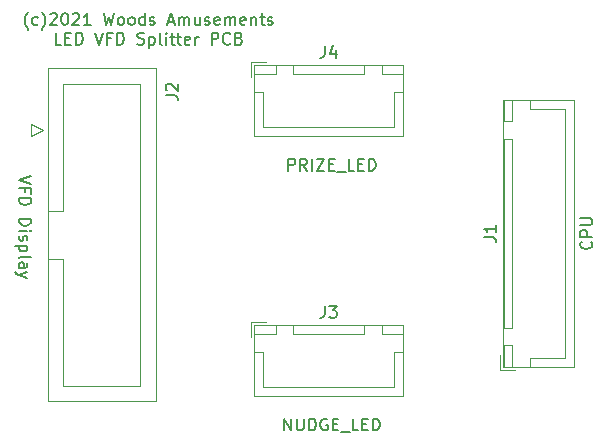
<source format=gbr>
%TF.GenerationSoftware,KiCad,Pcbnew,5.1.12-84ad8e8a86~92~ubuntu20.04.1*%
%TF.CreationDate,2022-01-08T10:03:17+01:00*%
%TF.ProjectId,message_display_interface,6d657373-6167-4655-9f64-6973706c6179,rev?*%
%TF.SameCoordinates,Original*%
%TF.FileFunction,Legend,Top*%
%TF.FilePolarity,Positive*%
%FSLAX46Y46*%
G04 Gerber Fmt 4.6, Leading zero omitted, Abs format (unit mm)*
G04 Created by KiCad (PCBNEW 5.1.12-84ad8e8a86~92~ubuntu20.04.1) date 2022-01-08 10:03:17*
%MOMM*%
%LPD*%
G01*
G04 APERTURE LIST*
%ADD10C,0.150000*%
%ADD11C,0.120000*%
G04 APERTURE END LIST*
D10*
X129059523Y-56508333D02*
X129011904Y-56460714D01*
X128916666Y-56317857D01*
X128869047Y-56222619D01*
X128821428Y-56079761D01*
X128773809Y-55841666D01*
X128773809Y-55651190D01*
X128821428Y-55413095D01*
X128869047Y-55270238D01*
X128916666Y-55175000D01*
X129011904Y-55032142D01*
X129059523Y-54984523D01*
X129869047Y-56079761D02*
X129773809Y-56127380D01*
X129583333Y-56127380D01*
X129488095Y-56079761D01*
X129440476Y-56032142D01*
X129392857Y-55936904D01*
X129392857Y-55651190D01*
X129440476Y-55555952D01*
X129488095Y-55508333D01*
X129583333Y-55460714D01*
X129773809Y-55460714D01*
X129869047Y-55508333D01*
X130202380Y-56508333D02*
X130250000Y-56460714D01*
X130345238Y-56317857D01*
X130392857Y-56222619D01*
X130440476Y-56079761D01*
X130488095Y-55841666D01*
X130488095Y-55651190D01*
X130440476Y-55413095D01*
X130392857Y-55270238D01*
X130345238Y-55175000D01*
X130250000Y-55032142D01*
X130202380Y-54984523D01*
X130916666Y-55222619D02*
X130964285Y-55175000D01*
X131059523Y-55127380D01*
X131297619Y-55127380D01*
X131392857Y-55175000D01*
X131440476Y-55222619D01*
X131488095Y-55317857D01*
X131488095Y-55413095D01*
X131440476Y-55555952D01*
X130869047Y-56127380D01*
X131488095Y-56127380D01*
X132107142Y-55127380D02*
X132202380Y-55127380D01*
X132297619Y-55175000D01*
X132345238Y-55222619D01*
X132392857Y-55317857D01*
X132440476Y-55508333D01*
X132440476Y-55746428D01*
X132392857Y-55936904D01*
X132345238Y-56032142D01*
X132297619Y-56079761D01*
X132202380Y-56127380D01*
X132107142Y-56127380D01*
X132011904Y-56079761D01*
X131964285Y-56032142D01*
X131916666Y-55936904D01*
X131869047Y-55746428D01*
X131869047Y-55508333D01*
X131916666Y-55317857D01*
X131964285Y-55222619D01*
X132011904Y-55175000D01*
X132107142Y-55127380D01*
X132821428Y-55222619D02*
X132869047Y-55175000D01*
X132964285Y-55127380D01*
X133202380Y-55127380D01*
X133297619Y-55175000D01*
X133345238Y-55222619D01*
X133392857Y-55317857D01*
X133392857Y-55413095D01*
X133345238Y-55555952D01*
X132773809Y-56127380D01*
X133392857Y-56127380D01*
X134345238Y-56127380D02*
X133773809Y-56127380D01*
X134059523Y-56127380D02*
X134059523Y-55127380D01*
X133964285Y-55270238D01*
X133869047Y-55365476D01*
X133773809Y-55413095D01*
X135440476Y-55127380D02*
X135678571Y-56127380D01*
X135869047Y-55413095D01*
X136059523Y-56127380D01*
X136297619Y-55127380D01*
X136821428Y-56127380D02*
X136726190Y-56079761D01*
X136678571Y-56032142D01*
X136630952Y-55936904D01*
X136630952Y-55651190D01*
X136678571Y-55555952D01*
X136726190Y-55508333D01*
X136821428Y-55460714D01*
X136964285Y-55460714D01*
X137059523Y-55508333D01*
X137107142Y-55555952D01*
X137154761Y-55651190D01*
X137154761Y-55936904D01*
X137107142Y-56032142D01*
X137059523Y-56079761D01*
X136964285Y-56127380D01*
X136821428Y-56127380D01*
X137726190Y-56127380D02*
X137630952Y-56079761D01*
X137583333Y-56032142D01*
X137535714Y-55936904D01*
X137535714Y-55651190D01*
X137583333Y-55555952D01*
X137630952Y-55508333D01*
X137726190Y-55460714D01*
X137869047Y-55460714D01*
X137964285Y-55508333D01*
X138011904Y-55555952D01*
X138059523Y-55651190D01*
X138059523Y-55936904D01*
X138011904Y-56032142D01*
X137964285Y-56079761D01*
X137869047Y-56127380D01*
X137726190Y-56127380D01*
X138916666Y-56127380D02*
X138916666Y-55127380D01*
X138916666Y-56079761D02*
X138821428Y-56127380D01*
X138630952Y-56127380D01*
X138535714Y-56079761D01*
X138488095Y-56032142D01*
X138440476Y-55936904D01*
X138440476Y-55651190D01*
X138488095Y-55555952D01*
X138535714Y-55508333D01*
X138630952Y-55460714D01*
X138821428Y-55460714D01*
X138916666Y-55508333D01*
X139345238Y-56079761D02*
X139440476Y-56127380D01*
X139630952Y-56127380D01*
X139726190Y-56079761D01*
X139773809Y-55984523D01*
X139773809Y-55936904D01*
X139726190Y-55841666D01*
X139630952Y-55794047D01*
X139488095Y-55794047D01*
X139392857Y-55746428D01*
X139345238Y-55651190D01*
X139345238Y-55603571D01*
X139392857Y-55508333D01*
X139488095Y-55460714D01*
X139630952Y-55460714D01*
X139726190Y-55508333D01*
X140916666Y-55841666D02*
X141392857Y-55841666D01*
X140821428Y-56127380D02*
X141154761Y-55127380D01*
X141488095Y-56127380D01*
X141821428Y-56127380D02*
X141821428Y-55460714D01*
X141821428Y-55555952D02*
X141869047Y-55508333D01*
X141964285Y-55460714D01*
X142107142Y-55460714D01*
X142202380Y-55508333D01*
X142250000Y-55603571D01*
X142250000Y-56127380D01*
X142250000Y-55603571D02*
X142297619Y-55508333D01*
X142392857Y-55460714D01*
X142535714Y-55460714D01*
X142630952Y-55508333D01*
X142678571Y-55603571D01*
X142678571Y-56127380D01*
X143583333Y-55460714D02*
X143583333Y-56127380D01*
X143154761Y-55460714D02*
X143154761Y-55984523D01*
X143202380Y-56079761D01*
X143297619Y-56127380D01*
X143440476Y-56127380D01*
X143535714Y-56079761D01*
X143583333Y-56032142D01*
X144011904Y-56079761D02*
X144107142Y-56127380D01*
X144297619Y-56127380D01*
X144392857Y-56079761D01*
X144440476Y-55984523D01*
X144440476Y-55936904D01*
X144392857Y-55841666D01*
X144297619Y-55794047D01*
X144154761Y-55794047D01*
X144059523Y-55746428D01*
X144011904Y-55651190D01*
X144011904Y-55603571D01*
X144059523Y-55508333D01*
X144154761Y-55460714D01*
X144297619Y-55460714D01*
X144392857Y-55508333D01*
X145250000Y-56079761D02*
X145154761Y-56127380D01*
X144964285Y-56127380D01*
X144869047Y-56079761D01*
X144821428Y-55984523D01*
X144821428Y-55603571D01*
X144869047Y-55508333D01*
X144964285Y-55460714D01*
X145154761Y-55460714D01*
X145250000Y-55508333D01*
X145297619Y-55603571D01*
X145297619Y-55698809D01*
X144821428Y-55794047D01*
X145726190Y-56127380D02*
X145726190Y-55460714D01*
X145726190Y-55555952D02*
X145773809Y-55508333D01*
X145869047Y-55460714D01*
X146011904Y-55460714D01*
X146107142Y-55508333D01*
X146154761Y-55603571D01*
X146154761Y-56127380D01*
X146154761Y-55603571D02*
X146202380Y-55508333D01*
X146297619Y-55460714D01*
X146440476Y-55460714D01*
X146535714Y-55508333D01*
X146583333Y-55603571D01*
X146583333Y-56127380D01*
X147440476Y-56079761D02*
X147345238Y-56127380D01*
X147154761Y-56127380D01*
X147059523Y-56079761D01*
X147011904Y-55984523D01*
X147011904Y-55603571D01*
X147059523Y-55508333D01*
X147154761Y-55460714D01*
X147345238Y-55460714D01*
X147440476Y-55508333D01*
X147488095Y-55603571D01*
X147488095Y-55698809D01*
X147011904Y-55794047D01*
X147916666Y-55460714D02*
X147916666Y-56127380D01*
X147916666Y-55555952D02*
X147964285Y-55508333D01*
X148059523Y-55460714D01*
X148202380Y-55460714D01*
X148297619Y-55508333D01*
X148345238Y-55603571D01*
X148345238Y-56127380D01*
X148678571Y-55460714D02*
X149059523Y-55460714D01*
X148821428Y-55127380D02*
X148821428Y-55984523D01*
X148869047Y-56079761D01*
X148964285Y-56127380D01*
X149059523Y-56127380D01*
X149345238Y-56079761D02*
X149440476Y-56127380D01*
X149630952Y-56127380D01*
X149726190Y-56079761D01*
X149773809Y-55984523D01*
X149773809Y-55936904D01*
X149726190Y-55841666D01*
X149630952Y-55794047D01*
X149488095Y-55794047D01*
X149392857Y-55746428D01*
X149345238Y-55651190D01*
X149345238Y-55603571D01*
X149392857Y-55508333D01*
X149488095Y-55460714D01*
X149630952Y-55460714D01*
X149726190Y-55508333D01*
X131869047Y-57777380D02*
X131392857Y-57777380D01*
X131392857Y-56777380D01*
X132202380Y-57253571D02*
X132535714Y-57253571D01*
X132678571Y-57777380D02*
X132202380Y-57777380D01*
X132202380Y-56777380D01*
X132678571Y-56777380D01*
X133107142Y-57777380D02*
X133107142Y-56777380D01*
X133345238Y-56777380D01*
X133488095Y-56825000D01*
X133583333Y-56920238D01*
X133630952Y-57015476D01*
X133678571Y-57205952D01*
X133678571Y-57348809D01*
X133630952Y-57539285D01*
X133583333Y-57634523D01*
X133488095Y-57729761D01*
X133345238Y-57777380D01*
X133107142Y-57777380D01*
X134726190Y-56777380D02*
X135059523Y-57777380D01*
X135392857Y-56777380D01*
X136059523Y-57253571D02*
X135726190Y-57253571D01*
X135726190Y-57777380D02*
X135726190Y-56777380D01*
X136202380Y-56777380D01*
X136583333Y-57777380D02*
X136583333Y-56777380D01*
X136821428Y-56777380D01*
X136964285Y-56825000D01*
X137059523Y-56920238D01*
X137107142Y-57015476D01*
X137154761Y-57205952D01*
X137154761Y-57348809D01*
X137107142Y-57539285D01*
X137059523Y-57634523D01*
X136964285Y-57729761D01*
X136821428Y-57777380D01*
X136583333Y-57777380D01*
X138297619Y-57729761D02*
X138440476Y-57777380D01*
X138678571Y-57777380D01*
X138773809Y-57729761D01*
X138821428Y-57682142D01*
X138869047Y-57586904D01*
X138869047Y-57491666D01*
X138821428Y-57396428D01*
X138773809Y-57348809D01*
X138678571Y-57301190D01*
X138488095Y-57253571D01*
X138392857Y-57205952D01*
X138345238Y-57158333D01*
X138297619Y-57063095D01*
X138297619Y-56967857D01*
X138345238Y-56872619D01*
X138392857Y-56825000D01*
X138488095Y-56777380D01*
X138726190Y-56777380D01*
X138869047Y-56825000D01*
X139297619Y-57110714D02*
X139297619Y-58110714D01*
X139297619Y-57158333D02*
X139392857Y-57110714D01*
X139583333Y-57110714D01*
X139678571Y-57158333D01*
X139726190Y-57205952D01*
X139773809Y-57301190D01*
X139773809Y-57586904D01*
X139726190Y-57682142D01*
X139678571Y-57729761D01*
X139583333Y-57777380D01*
X139392857Y-57777380D01*
X139297619Y-57729761D01*
X140345238Y-57777380D02*
X140250000Y-57729761D01*
X140202380Y-57634523D01*
X140202380Y-56777380D01*
X140726190Y-57777380D02*
X140726190Y-57110714D01*
X140726190Y-56777380D02*
X140678571Y-56825000D01*
X140726190Y-56872619D01*
X140773809Y-56825000D01*
X140726190Y-56777380D01*
X140726190Y-56872619D01*
X141059523Y-57110714D02*
X141440476Y-57110714D01*
X141202380Y-56777380D02*
X141202380Y-57634523D01*
X141250000Y-57729761D01*
X141345238Y-57777380D01*
X141440476Y-57777380D01*
X141630952Y-57110714D02*
X142011904Y-57110714D01*
X141773809Y-56777380D02*
X141773809Y-57634523D01*
X141821428Y-57729761D01*
X141916666Y-57777380D01*
X142011904Y-57777380D01*
X142726190Y-57729761D02*
X142630952Y-57777380D01*
X142440476Y-57777380D01*
X142345238Y-57729761D01*
X142297619Y-57634523D01*
X142297619Y-57253571D01*
X142345238Y-57158333D01*
X142440476Y-57110714D01*
X142630952Y-57110714D01*
X142726190Y-57158333D01*
X142773809Y-57253571D01*
X142773809Y-57348809D01*
X142297619Y-57444047D01*
X143202380Y-57777380D02*
X143202380Y-57110714D01*
X143202380Y-57301190D02*
X143250000Y-57205952D01*
X143297619Y-57158333D01*
X143392857Y-57110714D01*
X143488095Y-57110714D01*
X144583333Y-57777380D02*
X144583333Y-56777380D01*
X144964285Y-56777380D01*
X145059523Y-56825000D01*
X145107142Y-56872619D01*
X145154761Y-56967857D01*
X145154761Y-57110714D01*
X145107142Y-57205952D01*
X145059523Y-57253571D01*
X144964285Y-57301190D01*
X144583333Y-57301190D01*
X146154761Y-57682142D02*
X146107142Y-57729761D01*
X145964285Y-57777380D01*
X145869047Y-57777380D01*
X145726190Y-57729761D01*
X145630952Y-57634523D01*
X145583333Y-57539285D01*
X145535714Y-57348809D01*
X145535714Y-57205952D01*
X145583333Y-57015476D01*
X145630952Y-56920238D01*
X145726190Y-56825000D01*
X145869047Y-56777380D01*
X145964285Y-56777380D01*
X146107142Y-56825000D01*
X146154761Y-56872619D01*
X146916666Y-57253571D02*
X147059523Y-57301190D01*
X147107142Y-57348809D01*
X147154761Y-57444047D01*
X147154761Y-57586904D01*
X147107142Y-57682142D01*
X147059523Y-57729761D01*
X146964285Y-57777380D01*
X146583333Y-57777380D01*
X146583333Y-56777380D01*
X146916666Y-56777380D01*
X147011904Y-56825000D01*
X147059523Y-56872619D01*
X147107142Y-56967857D01*
X147107142Y-57063095D01*
X147059523Y-57158333D01*
X147011904Y-57205952D01*
X146916666Y-57253571D01*
X146583333Y-57253571D01*
D11*
%TO.C,J4*%
X148190000Y-59540000D02*
X148190000Y-65510000D01*
X148190000Y-65510000D02*
X160810000Y-65510000D01*
X160810000Y-65510000D02*
X160810000Y-59540000D01*
X160810000Y-59540000D02*
X148190000Y-59540000D01*
X151500000Y-59550000D02*
X151500000Y-60300000D01*
X151500000Y-60300000D02*
X157500000Y-60300000D01*
X157500000Y-60300000D02*
X157500000Y-59550000D01*
X157500000Y-59550000D02*
X151500000Y-59550000D01*
X148200000Y-59550000D02*
X148200000Y-60300000D01*
X148200000Y-60300000D02*
X150000000Y-60300000D01*
X150000000Y-60300000D02*
X150000000Y-59550000D01*
X150000000Y-59550000D02*
X148200000Y-59550000D01*
X159000000Y-59550000D02*
X159000000Y-60300000D01*
X159000000Y-60300000D02*
X160800000Y-60300000D01*
X160800000Y-60300000D02*
X160800000Y-59550000D01*
X160800000Y-59550000D02*
X159000000Y-59550000D01*
X148200000Y-61800000D02*
X148950000Y-61800000D01*
X148950000Y-61800000D02*
X148950000Y-64750000D01*
X148950000Y-64750000D02*
X154500000Y-64750000D01*
X160800000Y-61800000D02*
X160050000Y-61800000D01*
X160050000Y-61800000D02*
X160050000Y-64750000D01*
X160050000Y-64750000D02*
X154500000Y-64750000D01*
X149150000Y-59250000D02*
X147900000Y-59250000D01*
X147900000Y-59250000D02*
X147900000Y-60500000D01*
%TO.C,J3*%
X148190000Y-81540000D02*
X148190000Y-87510000D01*
X148190000Y-87510000D02*
X160810000Y-87510000D01*
X160810000Y-87510000D02*
X160810000Y-81540000D01*
X160810000Y-81540000D02*
X148190000Y-81540000D01*
X151500000Y-81550000D02*
X151500000Y-82300000D01*
X151500000Y-82300000D02*
X157500000Y-82300000D01*
X157500000Y-82300000D02*
X157500000Y-81550000D01*
X157500000Y-81550000D02*
X151500000Y-81550000D01*
X148200000Y-81550000D02*
X148200000Y-82300000D01*
X148200000Y-82300000D02*
X150000000Y-82300000D01*
X150000000Y-82300000D02*
X150000000Y-81550000D01*
X150000000Y-81550000D02*
X148200000Y-81550000D01*
X159000000Y-81550000D02*
X159000000Y-82300000D01*
X159000000Y-82300000D02*
X160800000Y-82300000D01*
X160800000Y-82300000D02*
X160800000Y-81550000D01*
X160800000Y-81550000D02*
X159000000Y-81550000D01*
X148200000Y-83800000D02*
X148950000Y-83800000D01*
X148950000Y-83800000D02*
X148950000Y-86750000D01*
X148950000Y-86750000D02*
X154500000Y-86750000D01*
X160800000Y-83800000D02*
X160050000Y-83800000D01*
X160050000Y-83800000D02*
X160050000Y-86750000D01*
X160050000Y-86750000D02*
X154500000Y-86750000D01*
X149150000Y-81250000D02*
X147900000Y-81250000D01*
X147900000Y-81250000D02*
X147900000Y-82500000D01*
%TO.C,J1*%
X169000000Y-85350000D02*
X170250000Y-85350000D01*
X169000000Y-84100000D02*
X169000000Y-85350000D01*
X174500000Y-63200000D02*
X174500000Y-73750000D01*
X171550000Y-63200000D02*
X174500000Y-63200000D01*
X171550000Y-62450000D02*
X171550000Y-63200000D01*
X174500000Y-84300000D02*
X174500000Y-73750000D01*
X171550000Y-84300000D02*
X174500000Y-84300000D01*
X171550000Y-85050000D02*
X171550000Y-84300000D01*
X169300000Y-62450000D02*
X169300000Y-64250000D01*
X170050000Y-62450000D02*
X169300000Y-62450000D01*
X170050000Y-64250000D02*
X170050000Y-62450000D01*
X169300000Y-64250000D02*
X170050000Y-64250000D01*
X169300000Y-83250000D02*
X169300000Y-85050000D01*
X170050000Y-83250000D02*
X169300000Y-83250000D01*
X170050000Y-85050000D02*
X170050000Y-83250000D01*
X169300000Y-85050000D02*
X170050000Y-85050000D01*
X169300000Y-65750000D02*
X169300000Y-81750000D01*
X170050000Y-65750000D02*
X169300000Y-65750000D01*
X170050000Y-81750000D02*
X170050000Y-65750000D01*
X169300000Y-81750000D02*
X170050000Y-81750000D01*
X169290000Y-62440000D02*
X169290000Y-85060000D01*
X175260000Y-62440000D02*
X169290000Y-62440000D01*
X175260000Y-85060000D02*
X175260000Y-62440000D01*
X169290000Y-85060000D02*
X175260000Y-85060000D01*
%TO.C,J2*%
X130710000Y-59790000D02*
X139830000Y-59790000D01*
X139830000Y-59790000D02*
X139830000Y-87990000D01*
X139830000Y-87990000D02*
X130710000Y-87990000D01*
X130710000Y-87990000D02*
X130710000Y-59790000D01*
X130710000Y-71840000D02*
X132020000Y-71840000D01*
X132020000Y-71840000D02*
X132020000Y-61090000D01*
X132020000Y-61090000D02*
X138520000Y-61090000D01*
X138520000Y-61090000D02*
X138520000Y-86690000D01*
X138520000Y-86690000D02*
X132020000Y-86690000D01*
X132020000Y-86690000D02*
X132020000Y-75940000D01*
X132020000Y-75940000D02*
X132020000Y-75940000D01*
X132020000Y-75940000D02*
X130710000Y-75940000D01*
X130320000Y-65000000D02*
X129320000Y-64500000D01*
X129320000Y-64500000D02*
X129320000Y-65500000D01*
X129320000Y-65500000D02*
X130320000Y-65000000D01*
%TO.C,J4*%
D10*
X154166666Y-57902380D02*
X154166666Y-58616666D01*
X154119047Y-58759523D01*
X154023809Y-58854761D01*
X153880952Y-58902380D01*
X153785714Y-58902380D01*
X155071428Y-58235714D02*
X155071428Y-58902380D01*
X154833333Y-57854761D02*
X154595238Y-58569047D01*
X155214285Y-58569047D01*
X151083333Y-68452380D02*
X151083333Y-67452380D01*
X151464285Y-67452380D01*
X151559523Y-67500000D01*
X151607142Y-67547619D01*
X151654761Y-67642857D01*
X151654761Y-67785714D01*
X151607142Y-67880952D01*
X151559523Y-67928571D01*
X151464285Y-67976190D01*
X151083333Y-67976190D01*
X152654761Y-68452380D02*
X152321428Y-67976190D01*
X152083333Y-68452380D02*
X152083333Y-67452380D01*
X152464285Y-67452380D01*
X152559523Y-67500000D01*
X152607142Y-67547619D01*
X152654761Y-67642857D01*
X152654761Y-67785714D01*
X152607142Y-67880952D01*
X152559523Y-67928571D01*
X152464285Y-67976190D01*
X152083333Y-67976190D01*
X153083333Y-68452380D02*
X153083333Y-67452380D01*
X153464285Y-67452380D02*
X154130952Y-67452380D01*
X153464285Y-68452380D01*
X154130952Y-68452380D01*
X154511904Y-67928571D02*
X154845238Y-67928571D01*
X154988095Y-68452380D02*
X154511904Y-68452380D01*
X154511904Y-67452380D01*
X154988095Y-67452380D01*
X155178571Y-68547619D02*
X155940476Y-68547619D01*
X156654761Y-68452380D02*
X156178571Y-68452380D01*
X156178571Y-67452380D01*
X156988095Y-67928571D02*
X157321428Y-67928571D01*
X157464285Y-68452380D02*
X156988095Y-68452380D01*
X156988095Y-67452380D01*
X157464285Y-67452380D01*
X157892857Y-68452380D02*
X157892857Y-67452380D01*
X158130952Y-67452380D01*
X158273809Y-67500000D01*
X158369047Y-67595238D01*
X158416666Y-67690476D01*
X158464285Y-67880952D01*
X158464285Y-68023809D01*
X158416666Y-68214285D01*
X158369047Y-68309523D01*
X158273809Y-68404761D01*
X158130952Y-68452380D01*
X157892857Y-68452380D01*
%TO.C,J3*%
X154166666Y-79902380D02*
X154166666Y-80616666D01*
X154119047Y-80759523D01*
X154023809Y-80854761D01*
X153880952Y-80902380D01*
X153785714Y-80902380D01*
X154547619Y-79902380D02*
X155166666Y-79902380D01*
X154833333Y-80283333D01*
X154976190Y-80283333D01*
X155071428Y-80330952D01*
X155119047Y-80378571D01*
X155166666Y-80473809D01*
X155166666Y-80711904D01*
X155119047Y-80807142D01*
X155071428Y-80854761D01*
X154976190Y-80902380D01*
X154690476Y-80902380D01*
X154595238Y-80854761D01*
X154547619Y-80807142D01*
X150750000Y-90452380D02*
X150750000Y-89452380D01*
X151321428Y-90452380D01*
X151321428Y-89452380D01*
X151797619Y-89452380D02*
X151797619Y-90261904D01*
X151845238Y-90357142D01*
X151892857Y-90404761D01*
X151988095Y-90452380D01*
X152178571Y-90452380D01*
X152273809Y-90404761D01*
X152321428Y-90357142D01*
X152369047Y-90261904D01*
X152369047Y-89452380D01*
X152845238Y-90452380D02*
X152845238Y-89452380D01*
X153083333Y-89452380D01*
X153226190Y-89500000D01*
X153321428Y-89595238D01*
X153369047Y-89690476D01*
X153416666Y-89880952D01*
X153416666Y-90023809D01*
X153369047Y-90214285D01*
X153321428Y-90309523D01*
X153226190Y-90404761D01*
X153083333Y-90452380D01*
X152845238Y-90452380D01*
X154369047Y-89500000D02*
X154273809Y-89452380D01*
X154130952Y-89452380D01*
X153988095Y-89500000D01*
X153892857Y-89595238D01*
X153845238Y-89690476D01*
X153797619Y-89880952D01*
X153797619Y-90023809D01*
X153845238Y-90214285D01*
X153892857Y-90309523D01*
X153988095Y-90404761D01*
X154130952Y-90452380D01*
X154226190Y-90452380D01*
X154369047Y-90404761D01*
X154416666Y-90357142D01*
X154416666Y-90023809D01*
X154226190Y-90023809D01*
X154845238Y-89928571D02*
X155178571Y-89928571D01*
X155321428Y-90452380D02*
X154845238Y-90452380D01*
X154845238Y-89452380D01*
X155321428Y-89452380D01*
X155511904Y-90547619D02*
X156273809Y-90547619D01*
X156988095Y-90452380D02*
X156511904Y-90452380D01*
X156511904Y-89452380D01*
X157321428Y-89928571D02*
X157654761Y-89928571D01*
X157797619Y-90452380D02*
X157321428Y-90452380D01*
X157321428Y-89452380D01*
X157797619Y-89452380D01*
X158226190Y-90452380D02*
X158226190Y-89452380D01*
X158464285Y-89452380D01*
X158607142Y-89500000D01*
X158702380Y-89595238D01*
X158750000Y-89690476D01*
X158797619Y-89880952D01*
X158797619Y-90023809D01*
X158750000Y-90214285D01*
X158702380Y-90309523D01*
X158607142Y-90404761D01*
X158464285Y-90452380D01*
X158226190Y-90452380D01*
%TO.C,J1*%
X167652380Y-74083333D02*
X168366666Y-74083333D01*
X168509523Y-74130952D01*
X168604761Y-74226190D01*
X168652380Y-74369047D01*
X168652380Y-74464285D01*
X168652380Y-73083333D02*
X168652380Y-73654761D01*
X168652380Y-73369047D02*
X167652380Y-73369047D01*
X167795238Y-73464285D01*
X167890476Y-73559523D01*
X167938095Y-73654761D01*
X176707142Y-74464285D02*
X176754761Y-74511904D01*
X176802380Y-74654761D01*
X176802380Y-74750000D01*
X176754761Y-74892857D01*
X176659523Y-74988095D01*
X176564285Y-75035714D01*
X176373809Y-75083333D01*
X176230952Y-75083333D01*
X176040476Y-75035714D01*
X175945238Y-74988095D01*
X175850000Y-74892857D01*
X175802380Y-74750000D01*
X175802380Y-74654761D01*
X175850000Y-74511904D01*
X175897619Y-74464285D01*
X176802380Y-74035714D02*
X175802380Y-74035714D01*
X175802380Y-73654761D01*
X175850000Y-73559523D01*
X175897619Y-73511904D01*
X175992857Y-73464285D01*
X176135714Y-73464285D01*
X176230952Y-73511904D01*
X176278571Y-73559523D01*
X176326190Y-73654761D01*
X176326190Y-74035714D01*
X175802380Y-73035714D02*
X176611904Y-73035714D01*
X176707142Y-72988095D01*
X176754761Y-72940476D01*
X176802380Y-72845238D01*
X176802380Y-72654761D01*
X176754761Y-72559523D01*
X176707142Y-72511904D01*
X176611904Y-72464285D01*
X175802380Y-72464285D01*
%TO.C,J2*%
X140702380Y-62083333D02*
X141416666Y-62083333D01*
X141559523Y-62130952D01*
X141654761Y-62226190D01*
X141702380Y-62369047D01*
X141702380Y-62464285D01*
X140797619Y-61654761D02*
X140750000Y-61607142D01*
X140702380Y-61511904D01*
X140702380Y-61273809D01*
X140750000Y-61178571D01*
X140797619Y-61130952D01*
X140892857Y-61083333D01*
X140988095Y-61083333D01*
X141130952Y-61130952D01*
X141702380Y-61702380D01*
X141702380Y-61083333D01*
X129297619Y-68916666D02*
X128297619Y-69250000D01*
X129297619Y-69583333D01*
X128821428Y-70250000D02*
X128821428Y-69916666D01*
X128297619Y-69916666D02*
X129297619Y-69916666D01*
X129297619Y-70392857D01*
X128297619Y-70773809D02*
X129297619Y-70773809D01*
X129297619Y-71011904D01*
X129250000Y-71154761D01*
X129154761Y-71250000D01*
X129059523Y-71297619D01*
X128869047Y-71345238D01*
X128726190Y-71345238D01*
X128535714Y-71297619D01*
X128440476Y-71250000D01*
X128345238Y-71154761D01*
X128297619Y-71011904D01*
X128297619Y-70773809D01*
X128297619Y-72535714D02*
X129297619Y-72535714D01*
X129297619Y-72773809D01*
X129250000Y-72916666D01*
X129154761Y-73011904D01*
X129059523Y-73059523D01*
X128869047Y-73107142D01*
X128726190Y-73107142D01*
X128535714Y-73059523D01*
X128440476Y-73011904D01*
X128345238Y-72916666D01*
X128297619Y-72773809D01*
X128297619Y-72535714D01*
X128297619Y-73535714D02*
X128964285Y-73535714D01*
X129297619Y-73535714D02*
X129250000Y-73488095D01*
X129202380Y-73535714D01*
X129250000Y-73583333D01*
X129297619Y-73535714D01*
X129202380Y-73535714D01*
X128345238Y-73964285D02*
X128297619Y-74059523D01*
X128297619Y-74250000D01*
X128345238Y-74345238D01*
X128440476Y-74392857D01*
X128488095Y-74392857D01*
X128583333Y-74345238D01*
X128630952Y-74250000D01*
X128630952Y-74107142D01*
X128678571Y-74011904D01*
X128773809Y-73964285D01*
X128821428Y-73964285D01*
X128916666Y-74011904D01*
X128964285Y-74107142D01*
X128964285Y-74250000D01*
X128916666Y-74345238D01*
X128964285Y-74821428D02*
X127964285Y-74821428D01*
X128916666Y-74821428D02*
X128964285Y-74916666D01*
X128964285Y-75107142D01*
X128916666Y-75202380D01*
X128869047Y-75250000D01*
X128773809Y-75297619D01*
X128488095Y-75297619D01*
X128392857Y-75250000D01*
X128345238Y-75202380D01*
X128297619Y-75107142D01*
X128297619Y-74916666D01*
X128345238Y-74821428D01*
X128297619Y-75869047D02*
X128345238Y-75773809D01*
X128440476Y-75726190D01*
X129297619Y-75726190D01*
X128297619Y-76678571D02*
X128821428Y-76678571D01*
X128916666Y-76630952D01*
X128964285Y-76535714D01*
X128964285Y-76345238D01*
X128916666Y-76250000D01*
X128345238Y-76678571D02*
X128297619Y-76583333D01*
X128297619Y-76345238D01*
X128345238Y-76250000D01*
X128440476Y-76202380D01*
X128535714Y-76202380D01*
X128630952Y-76250000D01*
X128678571Y-76345238D01*
X128678571Y-76583333D01*
X128726190Y-76678571D01*
X128964285Y-77059523D02*
X128297619Y-77297619D01*
X128964285Y-77535714D02*
X128297619Y-77297619D01*
X128059523Y-77202380D01*
X128011904Y-77154761D01*
X127964285Y-77059523D01*
%TD*%
M02*

</source>
